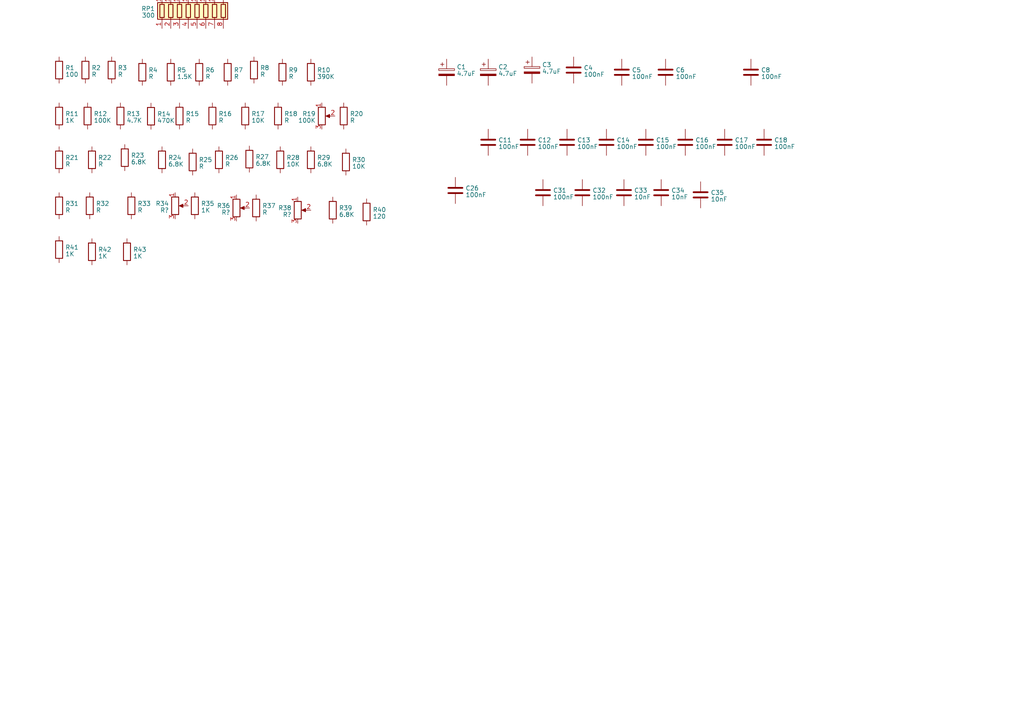
<source format=kicad_sch>
(kicad_sch (version 20230121) (generator eeschema)
  (paper "A4")
  (lib_symbols
    (symbol "Device:C" (pin_numbers hide) (pin_names (offset 0.254))
      (property "Reference" "C" (at 0.635 2.54 0))
      (property "Value" "C" (at 0.635 -2.54 0))
      (symbol "C_0_1"
        (polyline (pts (xy -2.032 -0.762) (xy 2.032 -0.762)) (stroke (width 0.508)))
        (polyline (pts (xy -2.032 0.762) (xy 2.032 0.762)) (stroke (width 0.508)))
      )
      (symbol "C_1_1"
        (pin passive line (at 0 3.81 270) (length 2.794) (name "~") (number "1"))
        (pin passive line (at 0 -3.81 90) (length 2.794) (name "~") (number "2"))
      )
    )
    (symbol "Device:C_Polarized" (pin_numbers hide) (pin_names (offset 0.254))
      (property "Reference" "C" (at 0.635 2.54 0))
      (property "Value" "C_Polarized" (at 0.635 -2.54 0))
      (symbol "C_Polarized_0_1"
        (rectangle (start -2.286 0.508) (end 2.286 1.016))
        (polyline (pts (xy -1.778 2.286) (xy -0.762 2.286)))
        (polyline (pts (xy -1.27 2.794) (xy -1.27 1.778)))
        (rectangle (start 2.286 -0.508) (end -2.286 -1.016) (fill (type outline)))
      )
      (symbol "C_Polarized_1_1"
        (pin passive line (at 0 3.81 270) (length 2.794) (name "~") (number "1"))
        (pin passive line (at 0 -3.81 90) (length 2.794) (name "~") (number "2"))
      )
    )
    (symbol "Device:R" (pin_numbers hide) (pin_names (offset 0))
      (property "Reference" "R" (at 2.032 0 90))
      (property "Value" "R" (at 0 0 90))
      (symbol "R_0_1"
        (rectangle (start -1.016 -2.54) (end 1.016 2.54) (stroke (width 0.254)))
      )
      (symbol "R_1_1"
        (pin passive line (at 0 3.81 270) (length 1.27) (name "~") (number "1"))
        (pin passive line (at 0 -3.81 90) (length 1.27) (name "~") (number "2"))
      )
    )
    (symbol "Device:R_Pack08" (pin_names (offset 0) hide)
      (property "Reference" "RN" (at -12.7 0 90))
      (property "Value" "R_Pack08" (at 10.16 0 90))
      (symbol "R_Pack08_0_1"
        (rectangle (start -11.43 -2.413) (end 8.89 2.413) (stroke (width 0.254)) (fill (type background)))
        (rectangle (start -10.795 1.905) (end -9.525 -1.905) (stroke (width 0.254)))
        (rectangle (start -8.255 1.905) (end -6.985 -1.905) (stroke (width 0.254)))
        (rectangle (start -5.715 1.905) (end -4.445 -1.905) (stroke (width 0.254)))
        (rectangle (start -3.175 1.905) (end -1.905 -1.905) (stroke (width 0.254)))
        (rectangle (start -0.635 1.905) (end 0.635 -1.905) (stroke (width 0.254)))
        (polyline (pts (xy -10.16 -2.54) (xy -10.16 -1.905)))
        (polyline (pts (xy -10.16 1.905) (xy -10.16 2.54)))
        (polyline (pts (xy -7.62 -2.54) (xy -7.62 -1.905)))
        (polyline (pts (xy -7.62 1.905) (xy -7.62 2.54)))
        (polyline (pts (xy -5.08 -2.54) (xy -5.08 -1.905)))
        (polyline (pts (xy -5.08 1.905) (xy -5.08 2.54)))
        (polyline (pts (xy -2.54 -2.54) (xy -2.54 -1.905)))
        (polyline (pts (xy -2.54 1.905) (xy -2.54 2.54)))
        (polyline (pts (xy 0 -2.54) (xy 0 -1.905)))
        (polyline (pts (xy 0 1.905) (xy 0 2.54)))
        (polyline (pts (xy 2.54 -2.54) (xy 2.54 -1.905)))
        (polyline (pts (xy 2.54 1.905) (xy 2.54 2.54)))
        (polyline (pts (xy 5.08 -2.54) (xy 5.08 -1.905)))
        (polyline (pts (xy 5.08 1.905) (xy 5.08 2.54)))
        (polyline (pts (xy 7.62 -2.54) (xy 7.62 -1.905)))
        (polyline (pts (xy 7.62 1.905) (xy 7.62 2.54)))
        (rectangle (start 1.905 1.905) (end 3.175 -1.905) (stroke (width 0.254)))
        (rectangle (start 4.445 1.905) (end 5.715 -1.905) (stroke (width 0.254)))
        (rectangle (start 6.985 1.905) (end 8.255 -1.905) (stroke (width 0.254)))
      )
      (symbol "R_Pack08_1_1"
        (pin passive line (at -10.16 -5.08 90) (length 2.54) (name "R1.1") (number "1"))
        (pin passive line (at 5.08 5.08 270) (length 2.54) (name "R7.2") (number "10"))
        (pin passive line (at 2.54 5.08 270) (length 2.54) (name "R6.2") (number "11"))
        (pin passive line (at 0 5.08 270) (length 2.54) (name "R5.2") (number "12"))
        (pin passive line (at -2.54 5.08 270) (length 2.54) (name "R4.2") (number "13"))
        (pin passive line (at -5.08 5.08 270) (length 2.54) (name "R3.2") (number "14"))
        (pin passive line (at -7.62 5.08 270) (length 2.54) (name "R2.2") (number "15"))
        (pin passive line (at -10.16 5.08 270) (length 2.54) (name "R1.2") (number "16"))
        (pin passive line (at -7.62 -5.08 90) (length 2.54) (name "R2.1") (number "2"))
        (pin passive line (at -5.08 -5.08 90) (length 2.54) (name "R3.1") (number "3"))
        (pin passive line (at -2.54 -5.08 90) (length 2.54) (name "R4.1") (number "4"))
        (pin passive line (at 0 -5.08 90) (length 2.54) (name "R5.1") (number "5"))
        (pin passive line (at 2.54 -5.08 90) (length 2.54) (name "R6.1") (number "6"))
        (pin passive line (at 5.08 -5.08 90) (length 2.54) (name "R7.1") (number "7"))
        (pin passive line (at 7.62 -5.08 90) (length 2.54) (name "R8.1") (number "8"))
        (pin passive line (at 7.62 5.08 270) (length 2.54) (name "R8.2") (number "9"))
      )
    )
    (symbol "Device:R_Potentiometer" (pin_names (offset 1.016) hide)
      (property "Reference" "RV" (at -4.445 0 90))
      (property "Value" "R_Potentiometer" (at -2.54 0 90))
      (symbol "R_Potentiometer_0_1"
        (polyline (pts (xy 2.54 0) (xy 1.524 0)))
        (polyline (pts (xy 1.143 0) (xy 2.286 0.508) (xy 2.286 -0.508) (xy 1.143 0)) (fill (type outline)))
        (rectangle (start 1.016 2.54) (end -1.016 -2.54) (stroke (width 0.254)))
      )
      (symbol "R_Potentiometer_1_1"
        (pin passive line (at 0 3.81 270) (length 1.27) (name "1") (number "1"))
        (pin passive line (at 3.81 0 180) (length 1.27) (name "2") (number "2"))
        (pin passive line (at 0 -3.81 90) (length 1.27) (name "3") (number "3"))
      )
    )
  )
  (symbol (lib_id "Device:R") (at 72.3238 46.1484 0) (unit 1)
    (property "Reference" "R27" (at 74.1018 45.5047 0) (effects (justify left)))
    (property "Value" "6.8K" (at 74.1018 47.4257 0) (effects (justify left)))
  )
  (symbol (lib_id "Device:R") (at 74.295 60.325 0) (unit 1)
    (property "Reference" "R37" (at 76.073 59.6813 0) (effects (justify left)))
    (property "Value" "R" (at 76.073 61.6023 0) (effects (justify left)))
  )
  (symbol (lib_id "Device:R") (at 90.17 46.355 0) (unit 1)
    (property "Reference" "R29" (at 91.948 45.7113 0) (effects (justify left)))
    (property "Value" "6.8K" (at 91.948 47.6323 0) (effects (justify left)))
  )
  (symbol (lib_id "Device:C") (at 191.77 55.88 0) (unit 1)
    (property "Reference" "C34" (at 194.691 55.2363 0) (effects (justify left)))
    (property "Value" "10nF" (at 194.691 57.1573 0) (effects (justify left)))
  )
  (symbol (lib_id "Device:R") (at 99.695 33.655 0) (unit 1)
    (property "Reference" "R20" (at 101.473 33.0113 0) (effects (justify left)))
    (property "Value" "R" (at 101.473 34.9323 0) (effects (justify left)))
  )
  (symbol (lib_id "Device:R") (at 24.765 20.32 0) (unit 1)
    (property "Reference" "R2" (at 26.543 19.6763 0) (effects (justify left)))
    (property "Value" "R" (at 26.543 21.5973 0) (effects (justify left)))
  )
  (symbol (lib_id "Device:R") (at 36.83 73.025 0) (unit 1)
    (property "Reference" "R43" (at 38.608 72.3813 0) (effects (justify left)))
    (property "Value" "1K" (at 38.608 74.3023 0) (effects (justify left)))
  )
  (symbol (lib_id "Device:R") (at 106.3251 61.4866 0) (unit 1)
    (property "Reference" "R40" (at 108.1031 60.8429 0) (effects (justify left)))
    (property "Value" "120" (at 108.1031 62.7639 0) (effects (justify left)))
  )
  (symbol (lib_id "Device:R") (at 26.035 59.69 0) (unit 1)
    (property "Reference" "R32" (at 27.813 59.0463 0) (effects (justify left)))
    (property "Value" "R" (at 27.813 60.9673 0) (effects (justify left)))
  )
  (symbol (lib_id "Device:C") (at 153.035 41.275 0) (unit 1)
    (property "Reference" "C12" (at 155.956 40.6313 0) (effects (justify left)))
    (property "Value" "100nF" (at 155.956 42.5523 0) (effects (justify left)))
  )
  (symbol (lib_id "Device:R") (at 17.145 59.69 0) (unit 1)
    (property "Reference" "R31" (at 18.923 59.0463 0) (effects (justify left)))
    (property "Value" "R" (at 18.923 60.9673 0) (effects (justify left)))
  )
  (symbol (lib_id "Device:R") (at 32.385 20.32 0) (unit 1)
    (property "Reference" "R3" (at 34.163 19.6763 0) (effects (justify left)))
    (property "Value" "R" (at 34.163 21.5973 0) (effects (justify left)))
  )
  (symbol (lib_id "Device:C") (at 217.805 20.955 0) (unit 1)
    (property "Reference" "C8" (at 220.726 20.3113 0) (effects (justify left)))
    (property "Value" "100nF" (at 220.726 22.2323 0) (effects (justify left)))
  )
  (symbol (lib_id "Device:C") (at 221.615 41.275 0) (unit 1)
    (property "Reference" "C18" (at 224.536 40.6313 0) (effects (justify left)))
    (property "Value" "100nF" (at 224.536 42.5523 0) (effects (justify left)))
  )
  (symbol (lib_id "Device:R") (at 17.145 20.32 0) (unit 1)
    (property "Reference" "R1" (at 18.923 19.6763 0) (effects (justify left)))
    (property "Value" "100" (at 18.923 21.5973 0) (effects (justify left)))
  )
  (symbol (lib_id "Device:R_Pack08") (at 57.15 3.175 0) (unit 1)
    (property "Reference" "RP1" (at 44.9581 2.5313 0) (effects (justify right)))
    (property "Value" "300" (at 44.9581 4.4523 0) (effects (justify right)))
  )
  (symbol (lib_id "Device:C_Polarized") (at 141.605 20.955 0) (unit 1)
    (property "Reference" "C2" (at 144.526 19.4223 0) (effects (justify left)))
    (property "Value" "4.7uF" (at 144.526 21.3433 0) (effects (justify left)))
  )
  (symbol (lib_id "Device:R") (at 81.915 20.955 0) (unit 1)
    (property "Reference" "R9" (at 83.693 20.3113 0) (effects (justify left)))
    (property "Value" "R" (at 83.693 22.2323 0) (effects (justify left)))
  )
  (symbol (lib_id "Device:R") (at 61.595 33.655 0) (unit 1)
    (property "Reference" "R16" (at 63.373 33.0113 0) (effects (justify left)))
    (property "Value" "R" (at 63.373 34.9323 0) (effects (justify left)))
  )
  (symbol (lib_id "Device:C") (at 210.185 41.275 0) (unit 1)
    (property "Reference" "C17" (at 213.106 40.6313 0) (effects (justify left)))
    (property "Value" "100nF" (at 213.106 42.5523 0) (effects (justify left)))
  )
  (symbol (lib_id "Device:C") (at 132.08 55.245 0) (unit 1)
    (property "Reference" "C26" (at 135.001 54.6013 0) (effects (justify left)))
    (property "Value" "100nF" (at 135.001 56.5223 0) (effects (justify left)))
  )
  (symbol (lib_id "Device:C") (at 166.37 20.32 0) (unit 1)
    (property "Reference" "C4" (at 169.291 19.6763 0) (effects (justify left)))
    (property "Value" "100nF" (at 169.291 21.5973 0) (effects (justify left)))
  )
  (symbol (lib_id "Device:R") (at 17.145 72.39 0) (unit 1)
    (property "Reference" "R41" (at 18.923 71.7463 0) (effects (justify left)))
    (property "Value" "1K" (at 18.923 73.6673 0) (effects (justify left)))
  )
  (symbol (lib_id "Device:C") (at 180.975 55.88 0) (unit 1)
    (property "Reference" "C33" (at 183.896 55.2363 0) (effects (justify left)))
    (property "Value" "10nF" (at 183.896 57.1573 0) (effects (justify left)))
  )
  (symbol (lib_id "Device:C") (at 193.04 20.955 0) (unit 1)
    (property "Reference" "C6" (at 195.961 20.3113 0) (effects (justify left)))
    (property "Value" "100nF" (at 195.961 22.2323 0) (effects (justify left)))
  )
  (symbol (lib_id "Device:R") (at 17.145 46.355 0) (unit 1)
    (property "Reference" "R21" (at 18.923 45.7113 0) (effects (justify left)))
    (property "Value" "R" (at 18.923 47.6323 0) (effects (justify left)))
  )
  (symbol (lib_id "Device:R_Potentiometer") (at 68.58 60.325 0) (unit 1)
    (property "Reference" "R36" (at 66.8021 59.6813 0) (effects (justify right)))
    (property "Value" "R?" (at 66.8021 61.6023 0) (effects (justify right)))
  )
  (symbol (lib_id "Device:R") (at 52.07 33.655 0) (unit 1)
    (property "Reference" "R15" (at 53.848 33.0113 0) (effects (justify left)))
    (property "Value" "R" (at 53.848 34.9323 0) (effects (justify left)))
  )
  (symbol (lib_id "Device:R") (at 56.515 59.69 0) (unit 1)
    (property "Reference" "R35" (at 58.293 59.0463 0) (effects (justify left)))
    (property "Value" "1K" (at 58.293 60.9673 0) (effects (justify left)))
  )
  (symbol (lib_id "Device:R") (at 36.195 45.72 0) (unit 1)
    (property "Reference" "R23" (at 37.973 45.0763 0) (effects (justify left)))
    (property "Value" "6.8K" (at 37.973 46.9973 0) (effects (justify left)))
  )
  (symbol (lib_id "Device:C_Polarized") (at 154.305 20.32 0) (unit 1)
    (property "Reference" "C3" (at 157.226 18.7873 0) (effects (justify left)))
    (property "Value" "4.7uF" (at 157.226 20.7083 0) (effects (justify left)))
  )
  (symbol (lib_id "Device:C_Polarized") (at 129.54 20.955 0) (unit 1)
    (property "Reference" "C1" (at 132.461 19.4223 0) (effects (justify left)))
    (property "Value" "4.7uF" (at 132.461 21.3433 0) (effects (justify left)))
  )
  (symbol (lib_id "Device:C") (at 180.34 20.955 0) (unit 1)
    (property "Reference" "C5" (at 183.261 20.3113 0) (effects (justify left)))
    (property "Value" "100nF" (at 183.261 22.2323 0) (effects (justify left)))
  )
  (symbol (lib_id "Device:R_Potentiometer") (at 50.8 59.69 0) (unit 1)
    (property "Reference" "R34" (at 49.022 59.0463 0) (effects (justify right)))
    (property "Value" "R?" (at 49.022 60.9673 0) (effects (justify right)))
  )
  (symbol (lib_id "Device:R") (at 73.66 20.32 0) (unit 1)
    (property "Reference" "R8" (at 75.438 19.6763 0) (effects (justify left)))
    (property "Value" "R" (at 75.438 21.5973 0) (effects (justify left)))
  )
  (symbol (lib_id "Device:C") (at 187.325 41.275 0) (unit 1)
    (property "Reference" "C15" (at 190.246 40.6313 0) (effects (justify left)))
    (property "Value" "100nF" (at 190.246 42.5523 0) (effects (justify left)))
  )
  (symbol (lib_id "Device:R") (at 49.53 20.955 0) (unit 1)
    (property "Reference" "R5" (at 51.308 20.3113 0) (effects (justify left)))
    (property "Value" "1.5K" (at 51.308 22.2323 0) (effects (justify left)))
  )
  (symbol (lib_id "Device:R") (at 43.7927 33.7063 0) (unit 1)
    (property "Reference" "R14" (at 45.5707 33.0626 0) (effects (justify left)))
    (property "Value" "470K" (at 45.5707 34.9836 0) (effects (justify left)))
  )
  (symbol (lib_id "Device:R") (at 100.33 46.99 0) (unit 1)
    (property "Reference" "R30" (at 102.108 46.3463 0) (effects (justify left)))
    (property "Value" "10K" (at 102.108 48.2673 0) (effects (justify left)))
  )
  (symbol (lib_id "Device:R_Potentiometer") (at 93.345 33.655 0) (unit 1)
    (property "Reference" "R19" (at 91.5671 33.0113 0) (effects (justify right)))
    (property "Value" "100K" (at 91.5671 34.9323 0) (effects (justify right)))
  )
  (symbol (lib_id "Device:C") (at 203.2 56.515 0) (unit 1)
    (property "Reference" "C35" (at 206.121 55.8713 0) (effects (justify left)))
    (property "Value" "10nF" (at 206.121 57.7923 0) (effects (justify left)))
  )
  (symbol (lib_id "Device:C") (at 164.465 41.275 0) (unit 1)
    (property "Reference" "C13" (at 167.386 40.6313 0) (effects (justify left)))
    (property "Value" "100nF" (at 167.386 42.5523 0) (effects (justify left)))
  )
  (symbol (lib_id "Device:R_Potentiometer") (at 86.36 60.96 0) (unit 1)
    (property "Reference" "R38" (at 84.5821 60.3163 0) (effects (justify right)))
    (property "Value" "R?" (at 84.5821 62.2373 0) (effects (justify right)))
  )
  (symbol (lib_id "Device:R") (at 46.99 46.355 0) (unit 1)
    (property "Reference" "R24" (at 48.768 45.7113 0) (effects (justify left)))
    (property "Value" "6.8K" (at 48.768 47.6323 0) (effects (justify left)))
  )
  (symbol (lib_id "Device:R") (at 17.145 33.655 0) (unit 1)
    (property "Reference" "R11" (at 18.923 33.0113 0) (effects (justify left)))
    (property "Value" "1K" (at 18.923 34.9323 0) (effects (justify left)))
  )
  (symbol (lib_id "Device:R") (at 34.925 33.655 0) (unit 1)
    (property "Reference" "R13" (at 36.703 33.0113 0) (effects (justify left)))
    (property "Value" "4.7K" (at 36.703 34.9323 0) (effects (justify left)))
  )
  (symbol (lib_id "Device:R") (at 25.4 33.655 0) (unit 1)
    (property "Reference" "R12" (at 27.178 33.0113 0) (effects (justify left)))
    (property "Value" "100K" (at 27.178 34.9323 0) (effects (justify left)))
  )
  (symbol (lib_id "Device:R") (at 96.52 60.96 0) (unit 1)
    (property "Reference" "R39" (at 98.298 60.3163 0) (effects (justify left)))
    (property "Value" "6.8K" (at 98.298 62.2373 0) (effects (justify left)))
  )
  (symbol (lib_id "Device:R") (at 26.67 46.355 0) (unit 1)
    (property "Reference" "R22" (at 28.448 45.7113 0) (effects (justify left)))
    (property "Value" "R" (at 28.448 47.6323 0) (effects (justify left)))
  )
  (symbol (lib_id "Device:R") (at 63.5 46.355 0) (unit 1)
    (property "Reference" "R26" (at 65.278 45.7113 0) (effects (justify left)))
    (property "Value" "R" (at 65.278 47.6323 0) (effects (justify left)))
  )
  (symbol (lib_id "Device:C") (at 175.895 41.275 0) (unit 1)
    (property "Reference" "C14" (at 178.816 40.6313 0) (effects (justify left)))
    (property "Value" "100nF" (at 178.816 42.5523 0) (effects (justify left)))
  )
  (symbol (lib_id "Device:R") (at 71.12 33.655 0) (unit 1)
    (property "Reference" "R17" (at 72.898 33.0113 0) (effects (justify left)))
    (property "Value" "10K" (at 72.898 34.9323 0) (effects (justify left)))
  )
  (symbol (lib_id "Device:C") (at 157.48 55.88 0) (unit 1)
    (property "Reference" "C31" (at 160.401 55.2363 0) (effects (justify left)))
    (property "Value" "100nF" (at 160.401 57.1573 0) (effects (justify left)))
  )
  (symbol (lib_id "Device:R") (at 55.88 46.99 0) (unit 1)
    (property "Reference" "R25" (at 57.658 46.3463 0) (effects (justify left)))
    (property "Value" "R" (at 57.658 48.2673 0) (effects (justify left)))
  )
  (symbol (lib_id "Device:R") (at 90.17 20.955 0) (unit 1)
    (property "Reference" "R10" (at 91.948 20.3113 0) (effects (justify left)))
    (property "Value" "390K" (at 91.948 22.2323 0) (effects (justify left)))
  )
  (symbol (lib_id "Device:C") (at 141.605 41.275 0) (unit 1)
    (property "Reference" "C11" (at 144.526 40.6313 0) (effects (justify left)))
    (property "Value" "100nF" (at 144.526 42.5523 0) (effects (justify left)))
  )
  (symbol (lib_id "Device:R") (at 57.785 20.955 0) (unit 1)
    (property "Reference" "R6" (at 59.563 20.3113 0) (effects (justify left)))
    (property "Value" "R" (at 59.563 22.2323 0) (effects (justify left)))
  )
  (symbol (lib_id "Device:C") (at 198.755 41.275 0) (unit 1)
    (property "Reference" "C16" (at 201.676 40.6313 0) (effects (justify left)))
    (property "Value" "100nF" (at 201.676 42.5523 0) (effects (justify left)))
  )
  (symbol (lib_id "Device:C") (at 168.91 55.88 0) (unit 1)
    (property "Reference" "C32" (at 171.831 55.2363 0) (effects (justify left)))
    (property "Value" "100nF" (at 171.831 57.1573 0) (effects (justify left)))
  )
  (symbol (lib_id "Device:R") (at 38.1 59.69 0) (unit 1)
    (property "Reference" "R33" (at 39.878 59.0463 0) (effects (justify left)))
    (property "Value" "R" (at 39.878 60.9673 0) (effects (justify left)))
  )
  (symbol (lib_id "Device:R") (at 80.645 33.655 0) (unit 1)
    (property "Reference" "R18" (at 82.423 33.0113 0) (effects (justify left)))
    (property "Value" "R" (at 82.423 34.9323 0) (effects (justify left)))
  )
  (symbol (lib_id "Device:R") (at 66.04 20.955 0) (unit 1)
    (property "Reference" "R7" (at 67.818 20.3113 0) (effects (justify left)))
    (property "Value" "R" (at 67.818 22.2323 0) (effects (justify left)))
  )
  (symbol (lib_id "Device:R") (at 26.67 73.025 0) (unit 1)
    (property "Reference" "R42" (at 28.448 72.3813 0) (effects (justify left)))
    (property "Value" "1K" (at 28.448 74.3023 0) (effects (justify left)))
  )
  (symbol (lib_id "Device:R") (at 81.28 46.355 0) (unit 1)
    (property "Reference" "R28" (at 83.058 45.7113 0) (effects (justify left)))
    (property "Value" "10K" (at 83.058 47.6323 0) (effects (justify left)))
  )
  (symbol (lib_id "Device:R") (at 41.275 20.955 0) (unit 1)
    (property "Reference" "R4" (at 43.053 20.3113 0) (effects (justify left)))
    (property "Value" "R" (at 43.053 22.2323 0) (effects (justify left)))
  )
)
</source>
